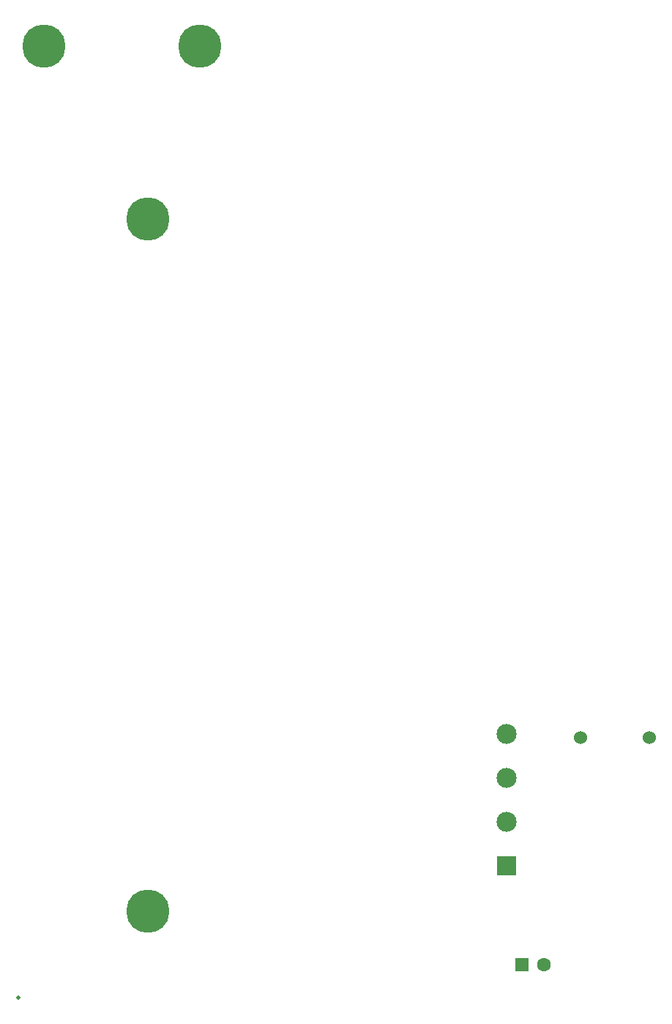
<source format=gtl>
G04*
G04 #@! TF.GenerationSoftware,Altium Limited,Altium Designer,25.8.1 (18)*
G04*
G04 Layer_Physical_Order=1*
G04 Layer_Color=255*
%FSLAX44Y44*%
%MOMM*%
G71*
G04*
G04 #@! TF.SameCoordinates,5DA74081-E4BE-40B8-AF76-FA1F03DB232E*
G04*
G04*
G04 #@! TF.FilePolarity,Positive*
G04*
G01*
G75*
%ADD17C,1.6000*%
%ADD18R,1.6000X1.6000*%
%ADD23C,1.5240*%
%ADD24C,2.3100*%
%ADD25R,2.3100X2.3100*%
%ADD26C,5.0000*%
%ADD27C,0.5000*%
D17*
X758190Y38100D02*
D03*
D18*
X732790D02*
D03*
D23*
X880000Y300000D02*
D03*
X800000D02*
D03*
D24*
X715010Y203200D02*
D03*
Y254000D02*
D03*
Y304800D02*
D03*
D25*
Y152400D02*
D03*
D26*
X360000Y1100000D02*
D03*
X180000D02*
D03*
X300000Y900000D02*
D03*
Y100000D02*
D03*
D27*
X150000Y0D02*
D03*
M02*

</source>
